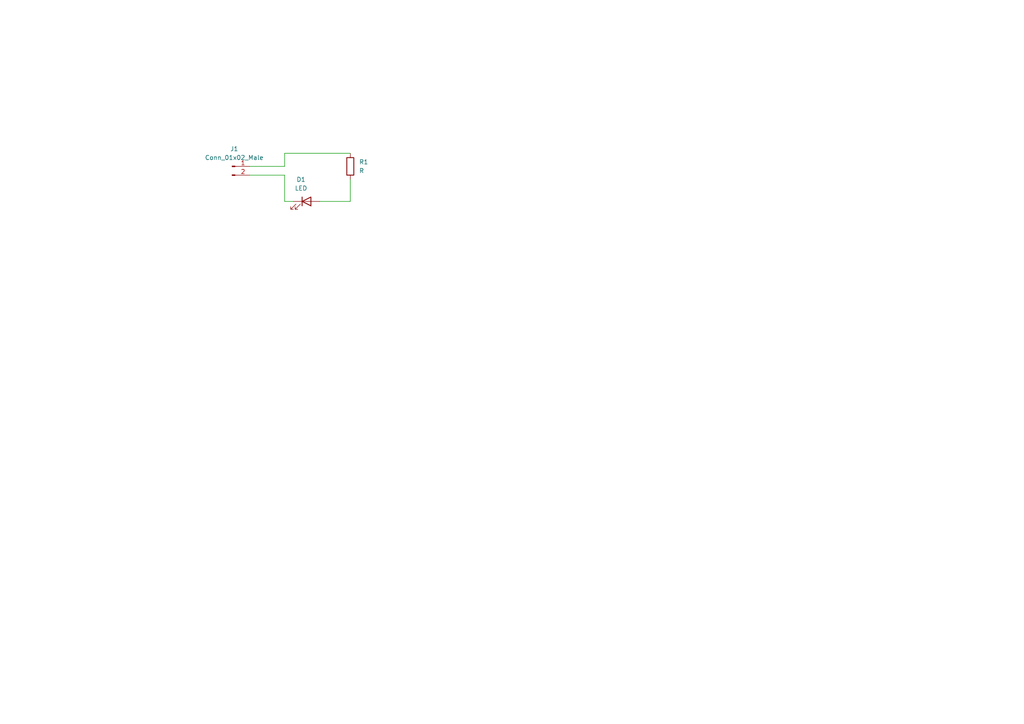
<source format=kicad_sch>
(kicad_sch (version 20211123) (generator eeschema)
  (paper "A4")
  (lib_symbols
    (symbol "Connector:Conn_01x02_Male" (pin_names (offset 1.016) hide)
      (property "Reference" "J" (at 0 2.54 0))
      (property "Value" "Conn_01x02_Male" (at 0 -5.08 0))
      (symbol "Conn_01x02_Male_1_1"
        (polyline (pts (xy 1.27 -2.54) (xy 0.8636 -2.54)) (stroke (width 0.1524)))
        (polyline (pts (xy 1.27 0) (xy 0.8636 0)) (stroke (width 0.1524)))
        (rectangle (start 0.8636 -2.413) (end 0 -2.667) (stroke (width 0.1524)) (fill (type outline)))
        (rectangle (start 0.8636 0.127) (end 0 -0.127) (stroke (width 0.1524)) (fill (type outline)))
        (pin passive line (at 5.08 0 180) (length 3.81) (name "Pin_1") (number "1"))
        (pin passive line (at 5.08 -2.54 180) (length 3.81) (name "Pin_2") (number "2"))
      )
    )
    (symbol "Device:LED" (pin_numbers hide) (pin_names (offset 1.016) hide)
      (property "Reference" "D" (at 0 2.54 0))
      (property "Value" "LED" (at 0 -2.54 0))
      (symbol "LED_0_1"
        (polyline (pts (xy -1.27 -1.27) (xy -1.27 1.27)) (stroke (width 0.254)))
        (polyline (pts (xy -1.27 0) (xy 1.27 0)))
        (polyline (pts (xy 1.27 -1.27) (xy 1.27 1.27) (xy -1.27 0) (xy 1.27 -1.27)) (stroke (width 0.254)))
        (polyline (pts (xy -3.048 -0.762) (xy -4.572 -2.286) (xy -3.81 -2.286) (xy -4.572 -2.286) (xy -4.572 -1.524)))
        (polyline (pts (xy -1.778 -0.762) (xy -3.302 -2.286) (xy -2.54 -2.286) (xy -3.302 -2.286) (xy -3.302 -1.524)))
      )
      (symbol "LED_1_1"
        (pin passive line (at -3.81 0 0) (length 2.54) (name "K") (number "1"))
        (pin passive line (at 3.81 0 180) (length 2.54) (name "A") (number "2"))
      )
    )
    (symbol "Device:R" (pin_numbers hide) (pin_names (offset 0))
      (property "Reference" "R" (at 2.032 0 90))
      (property "Value" "R" (at 0 0 90))
      (symbol "R_0_1"
        (rectangle (start -1.016 -2.54) (end 1.016 2.54) (stroke (width 0.254)))
      )
      (symbol "R_1_1"
        (pin passive line (at 0 3.81 270) (length 1.27) (name "~") (number "1"))
        (pin passive line (at 0 -3.81 90) (length 1.27) (name "~") (number "2"))
      )
    )
  )
  (wire (pts (xy 72.39 48.26) (xy 82.55 48.26)))
  (wire (pts (xy 82.55 50.8) (xy 82.55 58.42)))
  (wire (pts (xy 92.71 58.42) (xy 101.6 58.42)))
  (wire (pts (xy 82.55 58.42) (xy 85.09 58.42)))
  (wire (pts (xy 82.55 48.26) (xy 82.55 44.45)))
  (wire (pts (xy 82.55 44.45) (xy 101.6 44.45)))
  (wire (pts (xy 101.6 58.42) (xy 101.6 52.07)))
  (wire (pts (xy 72.39 50.8) (xy 82.55 50.8)))
  (symbol (lib_id "Device:R") (at 101.6 48.26 180) (unit 1)
    (property "Reference" "R1" (at 104.14 46.9899 0) (effects (justify right)))
    (property "Value" "R" (at 104.14 49.5299 0) (effects (justify right)))
    (property "Footprint" "Resistor_SMD:R_0805_2012Metric" (effects hide))
  )
  (symbol (lib_id "Device:LED") (at 88.9 58.42 0) (unit 1)
    (property "Reference" "D1" (at 87.3125 52.07 0))
    (property "Value" "LED" (at 87.3125 54.61 0))
    (property "Footprint" "LED_SMD:LED_0805_2012Metric" (effects hide))
  )
  (symbol (lib_id "Connector:Conn_01x02_Male") (at 67.31 48.26 0) (unit 1)
    (property "Reference" "J1" (at 67.945 43.18 0))
    (property "Value" "Conn_01x02_Male" (at 67.945 45.72 0))
    (property "Footprint" "Connector_PinHeader_2.54mm:PinHeader_1x02_P2.54mm_Horizontal" (effects hide))
  )
)
</source>
